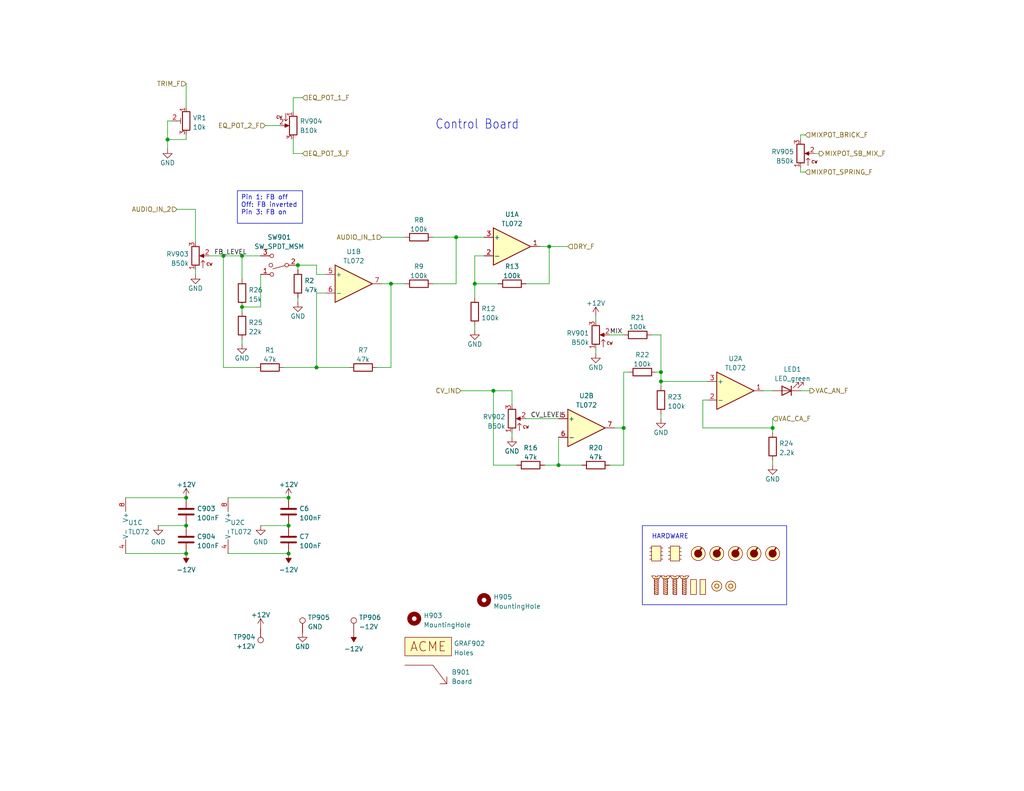
<source format=kicad_sch>
(kicad_sch (version 20230121) (generator eeschema)
  (paper "USLetter")
  (title_block (title "Spring Reverb Rev 2") (company "Music Thing Modular") (comment 1 "Kosmo version by Rich Holmes"))
  (lib_symbols
    (symbol "AO_symbols:Board" (pin_names (offset 1.016)) (in_bom no)
      (property "Reference" "B" (at 1.27 3.81 0))
      (property "Value" "Board" (at -3.175 3.81 0))
      (symbol "Board_0_1"
        (polyline (pts (xy 5.08 -2.54) (xy 3.175 -2.54)))
        (polyline (pts (xy -6.35 2.54) (xy 1.27 2.54) (xy 5.08 -2.54) (xy 5.08 -0.635)))
      )
    )
    (symbol "AO_symbols:C" (pin_numbers hide) (pin_names (offset 0.254))
      (property "Reference" "C" (at 0.635 2.54 0))
      (property "Value" "C" (at 0.635 -2.54 0))
      (symbol "C_0_1"
        (polyline (pts (xy -2.032 -0.762) (xy 2.032 -0.762)) (stroke (width 0.508)))
        (polyline (pts (xy -2.032 0.762) (xy 2.032 0.762)) (stroke (width 0.508)))
      )
      (symbol "C_1_1"
        (pin passive line (at 0 3.81 270) (length 2.794) (name "~") (number "1"))
        (pin passive line (at 0 -3.81 90) (length 2.794) (name "~") (number "2"))
      )
    )
    (symbol "AO_symbols:DIP-8" (on_board no)
      (symbol "DIP-8_0_1"
        (rectangle (start -1.27 2.032) (end 1.27 -2.032) (fill (type background)))
        (polyline (pts (xy -1.27 -1.524) (xy -1.778 -1.524)))
        (polyline (pts (xy -1.27 -0.508) (xy -1.778 -0.508)))
        (polyline (pts (xy -1.27 0.508) (xy -1.778 0.508)))
        (polyline (pts (xy -1.27 1.524) (xy -1.778 1.524)))
        (polyline (pts (xy 1.778 -1.524) (xy 1.27 -1.524)))
        (polyline (pts (xy 1.778 -0.508) (xy 1.27 -0.508)))
        (polyline (pts (xy 1.778 0.508) (xy 1.27 0.508)))
        (polyline (pts (xy 1.778 1.524) (xy 1.27 1.524)))
      )
    )
    (symbol "AO_symbols:Graphic" (pin_names (offset 1.016)) (in_bom no)
      (property "Reference" "GRAF" (at 0 -3.81 0))
      (property "Value" "Graphic" (at 0 3.81 0))
      (symbol "Graphic_0_0"
        (rectangle (start -6.35 2.54) (end 6.35 -2.54) (fill (type background)))
        (text "ACME" (at 0 0 0) (effects (font (size 2.54 2.54))))
      )
    )
    (symbol "AO_symbols:Knob" (on_board no)
      (symbol "Knob_0_1"
        (polyline (pts (xy 0 0.127) (xy 0.889 1.524)) (stroke (width 0.381)))
        (circle (center 0 0) (radius 1.016) (fill (type outline)))
        (circle (center 0 0) (radius 1.9092) (fill (type background)))
      )
    )
    (symbol "AO_symbols:LED_green" (pin_numbers hide) (pin_names (offset 1.016) hide)
      (property "Reference" "D" (at 0 2.54 0))
      (property "Value" "LED_green" (at 0 -2.54 0))
      (symbol "LED_green_0_1"
        (polyline (pts (xy -1.27 -1.27) (xy -1.27 1.27)) (stroke (width 0.254)))
        (polyline (pts (xy -1.27 0) (xy 1.27 0)))
        (polyline (pts (xy 1.27 -1.27) (xy 1.27 1.27) (xy -1.27 0) (xy 1.27 -1.27)) (stroke (width 0.254)))
        (polyline (pts (xy -3.048 -0.762) (xy -4.572 -2.286) (xy -3.81 -2.286) (xy -4.572 -2.286) (xy -4.572 -1.524)))
        (polyline (pts (xy -1.778 -0.762) (xy -3.302 -2.286) (xy -2.54 -2.286) (xy -3.302 -2.286) (xy -3.302 -1.524)))
      )
      (symbol "LED_green_1_1"
        (pin passive line (at -3.81 0 0) (length 2.54) (name "K") (number "1"))
        (pin passive line (at 3.81 0 180) (length 2.54) (name "A") (number "2"))
      )
    )
    (symbol "AO_symbols:MountingHole" (pin_names (offset 1.016)) (in_bom no)
      (property "Reference" "H" (at 0 5.08 0))
      (property "Value" "MountingHole" (at 0 3.175 0))
      (symbol "MountingHole_0_1"
        (circle (center 0 0) (radius 1.27) (stroke (width 1.27)))
      )
    )
    (symbol "AO_symbols:R" (pin_numbers hide) (pin_names (offset 0))
      (property "Reference" "R" (at 2.032 0 90))
      (property "Value" "R" (at 0 0 90))
      (symbol "R_0_1"
        (rectangle (start -1.016 -2.54) (end 1.016 2.54) (stroke (width 0.254)))
      )
      (symbol "R_1_1"
        (pin passive line (at 0 3.81 270) (length 1.27) (name "~") (number "1"))
        (pin passive line (at 0 -3.81 90) (length 1.27) (name "~") (number "2"))
      )
    )
    (symbol "AO_symbols:R_POT" (pin_names (offset 1.016) hide)
      (property "Reference" "RV" (at -4.445 0 90))
      (property "Value" "R_POT" (at -2.54 0 90))
      (symbol "R_POT_0_0"
        (text "CW" (at 3.81 -2.286 0) (effects (font (size 0.762 0.762))))
      )
      (symbol "R_POT_0_1"
        (rectangle (start -1.016 2.54) (end 1.016 -2.54) (stroke (width 0.254)))
        (polyline (pts (xy 2.032 -3.302) (xy 2.032 -1.27)) (stroke (width 0.1524)))
        (polyline (pts (xy 2.54 0) (xy 1.524 0)))
        (polyline (pts (xy 2.54 -1.778) (xy 2.032 -1.27) (xy 1.524 -1.778)) (stroke (width 0.1524)))
        (polyline (pts (xy 1.143 0) (xy 2.286 -0.508) (xy 2.286 0.508) (xy 1.143 0)) (fill (type outline)))
      )
      (symbol "R_POT_1_1"
        (pin passive line (at 0 -3.81 90) (length 1.27) (name "1") (number "1"))
        (pin passive line (at 3.81 0 180) (length 1.27) (name "2") (number "2"))
        (pin passive line (at 0 3.81 270) (length 1.27) (name "3") (number "3"))
      )
    )
    (symbol "AO_symbols:R_POT_TRIM_3296W" (pin_names (offset 1.016) hide)
      (property "Reference" "RV" (at -4.445 0 90))
      (property "Value" "R_POT_TRIM_3296W" (at -2.54 0 90))
      (symbol "R_POT_TRIM_3296W_0_1"
        (polyline (pts (xy 1.524 0.762) (xy 1.524 -0.762)))
        (polyline (pts (xy 2.54 0) (xy 1.524 0)))
        (rectangle (start 1.016 2.54) (end -1.016 -2.54) (stroke (width 0.254)))
      )
      (symbol "R_POT_TRIM_3296W_1_1"
        (pin passive line (at 0 3.81 270) (length 1.27) (name "1") (number "1"))
        (pin passive line (at 3.81 0 180) (length 1.27) (name "2") (number "2"))
        (pin passive line (at 0 -3.81 90) (length 1.27) (name "3") (number "3"))
      )
    )
    (symbol "AO_symbols:SW_SPDT_MSM" (pin_names (offset 0) hide)
      (property "Reference" "SW" (at 0 5.08 0))
      (property "Value" "SW_SPDT_MSM" (at 0 -5.08 0))
      (symbol "SW_SPDT_MSM_0_0"
        (circle (center -2.032 0) (radius 0.508))
        (polyline (pts (xy -1.524 0.127) (xy 1.778 1.016)))
        (circle (center 2.032 -2.54) (radius 0.508))
      )
      (symbol "SW_SPDT_MSM_0_1"
        (circle (center 2.032 2.54) (radius 0.508))
        (circle (center 2.286 0) (radius 0.508))
      )
      (symbol "SW_SPDT_MSM_1_1"
        (pin passive line (at 5.08 2.54 180) (length 2.54) (name "1") (number "1"))
        (pin passive line (at -5.08 0 0) (length 2.54) (name "2") (number "2"))
        (pin passive line (at 5.08 -2.54 180) (length 2.54) (name "3") (number "3"))
      )
    )
    (symbol "AO_symbols:Screw" (on_board no)
      (symbol "Screw_0_1"
        (polyline (pts (xy -0.508 2.032) (xy -0.508 -2.286) (xy 0.508 -2.286) (xy 0.508 2.032)) (fill (type background)))
        (polyline (pts (xy -1.27 2.794) (xy -0.254 2.794) (xy -0.254 2.54) (xy 0.254 2.54) (xy 0.254 2.794) (xy 1.27 2.794) (xy 0.762 2.032) (xy -0.762 2.032) (xy -1.27 2.794)) (fill (type background)))
        (polyline (pts (xy 0.508 2.032) (xy -0.508 1.524) (xy -0.508 1.016) (xy 0.508 1.524) (xy 0.508 1.016) (xy -0.508 0.508) (xy -0.508 0) (xy 0.508 0.508) (xy 0.508 0) (xy -0.508 -0.508) (xy -0.508 -1.016) (xy 0.508 -0.508) (xy 0.508 -1.016) (xy -0.508 -1.524) (xy -0.508 -2.032) (xy 0.508 -1.524) (xy 0.508 -2.032) (xy 0 -2.286)))
      )
    )
    (symbol "AO_symbols:Spacer" (on_board no)
      (symbol "Spacer_0_1"
        (rectangle (start -0.762 1.778) (end 0.762 -2.286) (fill (type background)))
      )
    )
    (symbol "AO_symbols:TL072" (pin_names (offset 0.127))
      (property "Reference" "U" (at 0 5.08 0))
      (property "Value" "TL072" (at 0 -5.08 0))
      (symbol "TL072_1_1"
        (polyline (pts (xy -5.08 5.08) (xy 5.08 0) (xy -5.08 -5.08) (xy -5.08 5.08)) (stroke (width 0.254)) (fill (type background)))
        (pin output line (at 7.62 0 180) (length 2.54) (name "~") (number "1"))
        (pin input line (at -7.62 -2.54 0) (length 2.54) (name "-") (number "2"))
        (pin input line (at -7.62 2.54 0) (length 2.54) (name "+") (number "3"))
      )
      (symbol "TL072_2_1"
        (polyline (pts (xy -5.08 5.08) (xy 5.08 0) (xy -5.08 -5.08) (xy -5.08 5.08)) (stroke (width 0.254)) (fill (type background)))
        (pin input line (at -7.62 2.54 0) (length 2.54) (name "+") (number "5"))
        (pin input line (at -7.62 -2.54 0) (length 2.54) (name "-") (number "6"))
        (pin output line (at 7.62 0 180) (length 2.54) (name "~") (number "7"))
      )
      (symbol "TL072_3_1"
        (pin power_in line (at -2.54 -7.62 90) (length 3.81) (name "V-") (number "4"))
        (pin power_in line (at -2.54 7.62 270) (length 3.81) (name "V+") (number "8"))
      )
    )
    (symbol "AO_symbols:TestPoint" (pin_numbers hide) (pin_names (offset 0.762) hide) (in_bom no)
      (property "Reference" "TP" (at 0 6.858 0))
      (property "Value" "TestPoint" (at 0 5.08 0))
      (symbol "TestPoint_0_1"
        (circle (center 0 3.302) (radius 0.762))
      )
      (symbol "TestPoint_1_1"
        (pin passive line (at 0 0 90) (length 2.54) (name "1") (number "1"))
      )
    )
    (symbol "AO_symbols:Washer" (on_board no)
      (symbol "Washer_0_1"
        (circle (center 0 0) (radius 0.568))
        (circle (center 0 0) (radius 1.3678) (fill (type background)))
      )
    )
    (symbol "power:+12V" (power) (pin_names (offset 0))
      (property "Value" "+12V" (at 0 3.556 0))
      (symbol "+12V_0_1"
        (polyline (pts (xy -0.762 1.27) (xy 0 2.54)))
        (polyline (pts (xy 0 0) (xy 0 2.54)))
        (polyline (pts (xy 0 2.54) (xy 0.762 1.27)))
      )
      (symbol "+12V_1_1"
        (pin power_in line (at 0 0 90) (length 0) hide (name "+12V") (number "1"))
      )
    )
    (symbol "power:-12V" (power) (pin_names (offset 0))
      (property "Value" "-12V" (at 0 3.81 0))
      (symbol "-12V_0_0"
        (pin power_in line (at 0 0 90) (length 0) hide (name "-12V") (number "1"))
      )
      (symbol "-12V_0_1"
        (polyline (pts (xy 0 0) (xy 0 1.27) (xy 0.762 1.27) (xy 0 2.54) (xy -0.762 1.27) (xy 0 1.27)) (fill (type outline)))
      )
    )
    (symbol "power:GND" (power) (pin_names (offset 0))
      (property "Value" "GND" (at 0 -3.81 0))
      (symbol "GND_0_1"
        (polyline (pts (xy 0 0) (xy 0 -1.27) (xy 1.27 -1.27) (xy 0 -2.54) (xy -1.27 -1.27) (xy 0 -1.27)))
      )
      (symbol "GND_1_1"
        (pin power_in line (at 0 0 270) (length 0) hide (name "GND") (number "1"))
      )
    )
  )
  (junction (at 50.8 143.51))
  (junction (at 45.72 38.1))
  (junction (at 78.74 143.51))
  (junction (at 78.74 151.13))
  (junction (at 170.18 116.84))
  (junction (at 180.34 101.6))
  (junction (at 66.04 83.82))
  (junction (at 78.74 135.89))
  (junction (at 134.62 106.68))
  (junction (at 124.46 64.77))
  (junction (at 180.34 104.14))
  (junction (at 149.86 67.31))
  (junction (at 50.8 135.89))
  (junction (at 129.54 77.47))
  (junction (at 86.36 100.33))
  (junction (at 81.28 72.39))
  (junction (at 106.68 77.47))
  (junction (at 66.04 69.85))
  (junction (at 60.96 69.85))
  (junction (at 210.82 116.84))
  (junction (at 50.8 151.13))
  (junction (at 152.4 127))
  (wire (pts (xy 124.46 64.77) (xy 132.08 64.77)))
  (wire (pts (xy 34.29 151.13) (xy 50.8 151.13)))
  (wire (pts (xy 166.37 91.44) (xy 170.18 91.44)))
  (wire (pts (xy 43.18 143.51) (xy 50.8 143.51)))
  (wire (pts (xy 80.01 41.91) (xy 80.01 38.1)))
  (wire (pts (xy 219.71 36.83) (xy 218.44 36.83)))
  (wire (pts (xy 71.12 143.51) (xy 78.74 143.51)))
  (wire (pts (xy 134.62 106.68) (xy 134.62 127)))
  (wire (pts (xy 129.54 69.85) (xy 132.08 69.85)))
  (wire (pts (xy 86.36 80.01) (xy 88.9 80.01)))
  (wire (pts (xy 222.25 41.91) (xy 223.52 41.91)))
  (wire (pts (xy 60.96 100.33) (xy 69.85 100.33)))
  (wire (pts (xy 139.7 110.49) (xy 139.7 106.68)))
  (wire (pts (xy 102.87 100.33) (xy 106.68 100.33)))
  (wire (pts (xy 152.4 127) (xy 158.75 127)))
  (wire (pts (xy 124.46 77.47) (xy 124.46 64.77)))
  (wire (pts (xy 62.23 135.89) (xy 78.74 135.89)))
  (wire (pts (xy 50.8 36.83) (xy 50.8 38.1)))
  (wire (pts (xy 162.56 86.36) (xy 162.56 87.63)))
  (wire (pts (xy 148.59 127) (xy 152.4 127)))
  (wire (pts (xy 60.96 100.33) (xy 60.96 69.85)))
  (wire (pts (xy 80.01 26.67) (xy 80.01 30.48)))
  (wire (pts (xy 167.64 116.84) (xy 170.18 116.84)))
  (wire (pts (xy 57.15 69.85) (xy 60.96 69.85)))
  (wire (pts (xy 53.34 73.66) (xy 53.34 74.93)))
  (wire (pts (xy 45.72 38.1) (xy 50.8 38.1)))
  (wire (pts (xy 152.4 119.38) (xy 152.4 127)))
  (wire (pts (xy 46.99 33.02) (xy 45.72 33.02)))
  (wire (pts (xy 34.29 135.89) (xy 50.8 135.89)))
  (wire (pts (xy 134.62 106.68) (xy 125.73 106.68)))
  (wire (pts (xy 53.34 57.15) (xy 53.34 66.04)))
  (wire (pts (xy 82.55 41.91) (xy 80.01 41.91)))
  (wire (pts (xy 129.54 77.47) (xy 129.54 69.85)))
  (wire (pts (xy 139.7 106.68) (xy 134.62 106.68)))
  (wire (pts (xy 180.34 91.44) (xy 180.34 101.6)))
  (wire (pts (xy 106.68 77.47) (xy 110.49 77.47)))
  (wire (pts (xy 179.07 101.6) (xy 180.34 101.6)))
  (wire (pts (xy 62.23 151.13) (xy 78.74 151.13)))
  (wire (pts (xy 106.68 100.33) (xy 106.68 77.47)))
  (wire (pts (xy 118.11 77.47) (xy 124.46 77.47)))
  (wire (pts (xy 180.34 113.03) (xy 180.34 114.3)))
  (wire (pts (xy 129.54 77.47) (xy 129.54 81.28)))
  (wire (pts (xy 191.77 116.84) (xy 210.82 116.84)))
  (wire (pts (xy 143.51 114.3) (xy 152.4 114.3)))
  (wire (pts (xy 50.8 22.86) (xy 50.8 29.21)))
  (wire (pts (xy 210.82 114.3) (xy 210.82 116.84)))
  (wire (pts (xy 218.44 106.68) (xy 220.98 106.68)))
  (wire (pts (xy 149.86 77.47) (xy 149.86 67.31)))
  (wire (pts (xy 129.54 88.9) (xy 129.54 90.17)))
  (wire (pts (xy 218.44 46.99) (xy 219.71 46.99)))
  (wire (pts (xy 48.26 57.15) (xy 53.34 57.15)))
  (wire (pts (xy 180.34 104.14) (xy 180.34 105.41)))
  (wire (pts (xy 143.51 77.47) (xy 149.86 77.47)))
  (wire (pts (xy 218.44 45.72) (xy 218.44 46.99)))
  (wire (pts (xy 170.18 101.6) (xy 171.45 101.6)))
  (wire (pts (xy 180.34 104.14) (xy 193.04 104.14)))
  (wire (pts (xy 45.72 33.02) (xy 45.72 38.1)))
  (wire (pts (xy 86.36 72.39) (xy 81.28 72.39)))
  (wire (pts (xy 77.47 100.33) (xy 86.36 100.33)))
  (wire (pts (xy 86.36 80.01) (xy 86.36 100.33)))
  (wire (pts (xy 66.04 83.82) (xy 66.04 85.09)))
  (wire (pts (xy 218.44 36.83) (xy 218.44 38.1)))
  (wire (pts (xy 139.7 118.11) (xy 139.7 119.38)))
  (wire (pts (xy 81.28 72.39) (xy 81.28 73.66)))
  (wire (pts (xy 71.12 69.85) (xy 66.04 69.85)))
  (wire (pts (xy 210.82 125.73) (xy 210.82 127)))
  (wire (pts (xy 208.28 106.68) (xy 210.82 106.68)))
  (wire (pts (xy 82.55 26.67) (xy 80.01 26.67)))
  (wire (pts (xy 81.28 81.28) (xy 81.28 82.55)))
  (wire (pts (xy 129.54 77.47) (xy 135.89 77.47)))
  (wire (pts (xy 149.86 67.31) (xy 154.94 67.31)))
  (wire (pts (xy 71.12 83.82) (xy 71.12 74.93)))
  (wire (pts (xy 86.36 100.33) (xy 95.25 100.33)))
  (wire (pts (xy 86.36 74.93) (xy 86.36 72.39)))
  (wire (pts (xy 66.04 92.71) (xy 66.04 93.98)))
  (wire (pts (xy 180.34 101.6) (xy 180.34 104.14)))
  (wire (pts (xy 60.96 69.85) (xy 66.04 69.85)))
  (wire (pts (xy 72.39 34.29) (xy 76.2 34.29)))
  (wire (pts (xy 170.18 101.6) (xy 170.18 116.84)))
  (wire (pts (xy 166.37 127) (xy 170.18 127)))
  (wire (pts (xy 66.04 83.82) (xy 71.12 83.82)))
  (wire (pts (xy 177.8 91.44) (xy 180.34 91.44)))
  (wire (pts (xy 66.04 69.85) (xy 66.04 76.2)))
  (wire (pts (xy 88.9 74.93) (xy 86.36 74.93)))
  (wire (pts (xy 106.68 77.47) (xy 104.14 77.47)))
  (wire (pts (xy 162.56 95.25) (xy 162.56 96.52)))
  (wire (pts (xy 149.86 67.31) (xy 147.32 67.31)))
  (wire (pts (xy 191.77 109.22) (xy 191.77 116.84)))
  (wire (pts (xy 134.62 127) (xy 140.97 127)))
  (wire (pts (xy 210.82 116.84) (xy 210.82 118.11)))
  (wire (pts (xy 118.11 64.77) (xy 124.46 64.77)))
  (wire (pts (xy 191.77 109.22) (xy 193.04 109.22)))
  (wire (pts (xy 104.14 64.77) (xy 110.49 64.77)))
  (wire (pts (xy 45.72 38.1) (xy 45.72 40.64)))
  (wire (pts (xy 170.18 127) (xy 170.18 116.84)))
  (rectangle (start 175.26 143.51) (end 214.63 165.1))
  (text_box "Pin 1: FB off\nOff: FB inverted\nPin 3: FB on" (at 64.77 52.07 0) (size 17.78 8.89) (effects (font (size 1.27 1.27)) (justify left top)))
  (text "HARDWARE" (at 177.8 147.32 0) (effects (font (size 1.27 1.27)) (justify left bottom)))
  (text "Control Board" (at 118.745 35.56 0) (effects (font (size 2.54 2.159)) (justify left bottom)))
  (label "MIX" (at 166.37 91.44 0))
  (label "CV_LEVEL" (at 144.78 114.3 0))
  (label "FB_LEVEL" (at 58.42 69.85 0))
  (hierarchical_label "CV_IN" (shape input) (at 125.73 106.68 180))
  (hierarchical_label "AUDIO_IN_2" (shape input) (at 48.26 57.15 180))
  (hierarchical_label "MIXPOT_SB_MIX_F" (shape output) (at 223.52 41.91 0))
  (hierarchical_label "EQ_POT_2_F" (shape input) (at 72.39 34.29 180))
  (hierarchical_label "AUDIO_IN_1" (shape input) (at 104.14 64.77 180))
  (hierarchical_label "VAC_CA_F" (shape input) (at 210.82 114.3 0))
  (hierarchical_label "TRIM_F" (shape input) (at 50.8 22.86 180))
  (hierarchical_label "VAC_AN_F" (shape output) (at 220.98 106.68 0))
  (hierarchical_label "MIXPOT_BRICK_F" (shape input) (at 219.71 36.83 0))
  (hierarchical_label "EQ_POT_1_F" (shape input) (at 82.55 26.67 0))
  (hierarchical_label "MIXPOT_SPRING_F" (shape input) (at 219.71 46.99 0))
  (hierarchical_label "EQ_POT_3_F" (shape input) (at 82.55 41.91 0))
  (hierarchical_label "DRY_F" (shape input) (at 154.94 67.31 0))
  (symbol (lib_id "AO_symbols:R") (at 144.78 127 90) (unit 1)
    (property "Reference" "R16" (at 144.78 122.2842 90))
    (property "Value" "47k" (at 144.78 124.8211 90))
    (property "Footprint" "AO_tht:R_Axial_DIN0207_L6.3mm_D2.5mm_P10.16mm_Horizontal" (effects hide))
    (property "Vendor" "Tayda" (effects hide))
  )
  (symbol (lib_id "AO_symbols:TL072") (at 96.52 77.47 0) (unit 2)
    (property "Reference" "U1" (at 96.52 68.6902 0))
    (property "Value" "TL072" (at 96.52 71.2271 0))
    (property "Footprint" "AO_tht:DIP-8_W7.62mm_Socket_LongPads" (effects hide))
    (property "Vendor" "Tayda" (effects hide))
    (property "SKU" "A-037" (effects hide))
  )
  (symbol (lib_id "power:GND") (at 162.56 96.52 0) (unit 1)
    (property "Reference" "#SUPPLY015" (effects hide))
    (property "Value" "GND" (at 162.56 100.33 0))
  )
  (symbol (lib_id "AO_symbols:Screw") (at 181.61 160.02 0) (unit 1) (on_board no)
    (property "Reference" "ZSC902" (effects hide))
    (property "Value" "Screw" (effects hide))
    (property "Description" "M3 6 mm screw" (effects hide))
  )
  (symbol (lib_id "AO_symbols:TL072") (at 200.66 106.68 0) (unit 1)
    (property "Reference" "U2" (at 200.66 97.9002 0))
    (property "Value" "TL072" (at 200.66 100.4371 0))
    (property "Footprint" "AO_tht:DIP-8_W7.62mm_Socket_LongPads" (effects hide))
    (property "Vendor" "Tayda" (effects hide))
    (property "SKU" "A-037" (effects hide))
  )
  (symbol (lib_id "power:-12V") (at 50.8 151.13 180) (unit 1)
    (property "Reference" "#PWR0906" (effects hide))
    (property "Value" "-12V" (at 50.8 155.5734 0))
  )
  (symbol (lib_id "AO_symbols:R") (at 114.3 64.77 90) (unit 1)
    (property "Reference" "R8" (at 114.3 60.0542 90))
    (property "Value" "100k" (at 114.3 62.5911 90))
    (property "Footprint" "AO_tht:R_Axial_DIN0207_L6.3mm_D2.5mm_P10.16mm_Horizontal" (effects hide))
    (property "Vendor" "Tayda" (effects hide))
  )
  (symbol (lib_id "AO_symbols:R_POT") (at 53.34 69.85 0) (unit 1)
    (property "Reference" "RV903" (at 51.562 69.3709 0) (effects (justify right)))
    (property "Value" "B50k" (at 51.562 71.9078 0) (effects (justify right)))
    (property "Footprint" "AO_tht:Potentiometer_Alpha_16mm_Single_Vertical" (effects hide))
    (property "Vendor" "Tayda" (effects hide))
    (property "Description" "16 mm potentiometer" (effects hide))
  )
  (symbol (lib_id "AO_symbols:R") (at 175.26 101.6 90) (unit 1)
    (property "Reference" "R22" (at 175.26 96.8842 90))
    (property "Value" "100k" (at 175.26 99.4211 90))
    (property "Footprint" "AO_tht:R_Axial_DIN0207_L6.3mm_D2.5mm_P10.16mm_Horizontal" (effects hide))
    (property "Vendor" "Tayda" (effects hide))
  )
  (symbol (lib_id "AO_symbols:R") (at 66.04 88.9 0) (unit 1)
    (property "Reference" "R25" (at 67.818 88.0653 0) (effects (justify left)))
    (property "Value" "22k" (at 67.818 90.6022 0) (effects (justify left)))
    (property "Footprint" "AO_tht:R_Axial_DIN0207_L6.3mm_D2.5mm_P10.16mm_Horizontal" (effects hide))
    (property "Vendor" "Tayda" (effects hide))
  )
  (symbol (lib_id "AO_symbols:R") (at 162.56 127 90) (unit 1)
    (property "Reference" "R20" (at 162.56 122.2842 90))
    (property "Value" "47k" (at 162.56 124.8211 90))
    (property "Footprint" "AO_tht:R_Axial_DIN0207_L6.3mm_D2.5mm_P10.16mm_Horizontal" (effects hide))
    (property "Vendor" "Tayda" (effects hide))
  )
  (symbol (lib_id "AO_symbols:R") (at 173.99 91.44 90) (unit 1)
    (property "Reference" "R21" (at 173.99 86.7242 90))
    (property "Value" "100k" (at 173.99 89.2611 90))
    (property "Footprint" "AO_tht:R_Axial_DIN0207_L6.3mm_D2.5mm_P10.16mm_Horizontal" (effects hide))
    (property "Vendor" "Tayda" (effects hide))
  )
  (symbol (lib_id "AO_symbols:DIP-8") (at 184.15 151.13 0) (unit 1) (on_board no)
    (property "Reference" "J916" (effects hide))
    (property "Value" "DIP-8" (effects hide))
  )
  (symbol (lib_id "AO_symbols:R") (at 81.28 77.47 0) (unit 1)
    (property "Reference" "R2" (at 83.058 76.6353 0) (effects (justify left)))
    (property "Value" "47k" (at 83.058 79.1722 0) (effects (justify left)))
    (property "Footprint" "AO_tht:R_Axial_DIN0207_L6.3mm_D2.5mm_P10.16mm_Horizontal" (effects hide))
    (property "Vendor" "Tayda" (effects hide))
  )
  (symbol (lib_id "power:GND") (at 139.7 119.38 0) (unit 1)
    (property "Reference" "#SUPPLY013" (effects hide))
    (property "Value" "GND" (at 139.7 123.19 0))
  )
  (symbol (lib_id "AO_symbols:R") (at 210.82 121.92 0) (unit 1)
    (property "Reference" "R24" (at 212.598 121.0853 0) (effects (justify left)))
    (property "Value" "2.2k" (at 212.598 123.6222 0) (effects (justify left)))
    (property "Footprint" "AO_tht:R_Axial_DIN0207_L6.3mm_D2.5mm_P10.16mm_Horizontal" (effects hide))
    (property "Vendor" "Tayda" (effects hide))
  )
  (symbol (lib_id "AO_symbols:R_POT") (at 139.7 114.3 0) (unit 1)
    (property "Reference" "RV902" (at 137.922 113.8209 0) (effects (justify right)))
    (property "Value" "B50k" (at 137.922 116.3578 0) (effects (justify right)))
    (property "Footprint" "AO_tht:Potentiometer_Alpha_16mm_Single_Vertical" (effects hide))
    (property "Vendor" "Tayda" (effects hide))
    (property "Description" "16 mm potentiometer" (effects hide))
  )
  (symbol (lib_id "AO_symbols:Knob") (at 200.66 151.13 0) (unit 1) (on_board no)
    (property "Reference" "ZKN903" (effects hide))
    (property "Value" "Knob_MF-A01" (effects hide))
    (property "Description" "MF-A01 knob" (effects hide))
  )
  (symbol (lib_id "AO_symbols:R") (at 114.3 77.47 90) (unit 1)
    (property "Reference" "R9" (at 114.3 72.7542 90))
    (property "Value" "100k" (at 114.3 75.2911 90))
    (property "Footprint" "AO_tht:R_Axial_DIN0207_L6.3mm_D2.5mm_P10.16mm_Horizontal" (effects hide))
    (property "Vendor" "Tayda" (effects hide))
  )
  (symbol (lib_id "AO_symbols:R_POT_TRIM_3296W") (at 50.8 33.02 0) (mirror y) (unit 1)
    (property "Reference" "VR1" (at 52.578 32.1853 0) (effects (justify right)))
    (property "Value" "10k" (at 52.578 34.7222 0) (effects (justify right)))
    (property "Footprint" "AO_tht:Potentiometer_Bourns_3362P_Vertical_screw_centered" (effects hide))
    (property "Vendor" "Tayda" (effects hide))
    (property "Manufacturer" "Bourns" (effects hide))
    (property "Part" "3362P" (effects hide))
    (property "Description" "Trim potentiometer" (effects hide))
  )
  (symbol (lib_id "AO_symbols:Knob") (at 205.74 151.13 0) (unit 1) (on_board no)
    (property "Reference" "ZKN904" (effects hide))
    (property "Value" "Knob_MF-A01" (effects hide))
    (property "Description" "MF-A01 knob" (effects hide))
  )
  (symbol (lib_id "AO_symbols:R") (at 139.7 77.47 90) (unit 1)
    (property "Reference" "R13" (at 139.7 72.7542 90))
    (property "Value" "100k" (at 139.7 75.2911 90))
    (property "Footprint" "AO_tht:R_Axial_DIN0207_L6.3mm_D2.5mm_P10.16mm_Horizontal" (effects hide))
    (property "Vendor" "Tayda" (effects hide))
  )
  (symbol (lib_id "power:GND") (at 81.28 82.55 0) (unit 1)
    (property "Reference" "#SUPPLY012" (effects hide))
    (property "Value" "GND" (at 81.28 86.36 0))
  )
  (symbol (lib_id "AO_symbols:Screw") (at 179.07 160.02 0) (unit 1) (on_board no)
    (property "Reference" "ZSC901" (effects hide))
    (property "Value" "Screw" (effects hide))
    (property "Description" "M3 6 mm screw" (effects hide))
  )
  (symbol (lib_id "power:-12V") (at 96.52 172.72 180) (unit 1)
    (property "Reference" "#PWR0149" (effects hide))
    (property "Value" "-12V" (at 96.52 177.1634 0))
  )
  (symbol (lib_id "AO_symbols:Knob") (at 210.82 151.13 0) (unit 1) (on_board no)
    (property "Reference" "ZKN905" (effects hide))
    (property "Value" "Knob_MF-A01" (effects hide))
    (property "Description" "MF-A01 knob" (effects hide))
  )
  (symbol (lib_id "AO_symbols:C") (at 50.8 139.7 0) (unit 1)
    (property "Reference" "C903" (at 53.721 138.8653 0) (effects (justify left)))
    (property "Value" "100nF" (at 53.721 141.4022 0) (effects (justify left)))
    (property "Footprint" "AO_tht:C_Disc_D3.0mm_W1.6mm_P2.50mm" (effects hide))
    (property "Vendor" "Tayda" (effects hide))
    (property "Description" "Ceramic capacitor, 2.5 mm pitch" (effects hide))
  )
  (symbol (lib_id "power:+12V") (at 50.8 135.89 0) (unit 1)
    (property "Reference" "#PWR0905" (effects hide))
    (property "Value" "+12V" (at 50.8 132.3142 0))
  )
  (symbol (lib_id "power:GND") (at 82.55 172.72 0) (unit 1)
    (property "Reference" "#SUPPLY0102" (effects hide))
    (property "Value" "GND" (at 82.55 176.53 0))
  )
  (symbol (lib_id "power:GND") (at 45.72 40.64 0) (unit 1)
    (property "Reference" "#SUPPLY0101" (effects hide))
    (property "Value" "GND" (at 45.72 44.45 0))
  )
  (symbol (lib_id "AO_symbols:R") (at 66.04 80.01 0) (unit 1)
    (property "Reference" "R26" (at 67.818 79.1753 0) (effects (justify left)))
    (property "Value" "15k" (at 67.818 81.7122 0) (effects (justify left)))
    (property "Footprint" "AO_tht:R_Axial_DIN0207_L6.3mm_D2.5mm_P10.16mm_Horizontal" (effects hide))
    (property "Vendor" "Tayda" (effects hide))
  )
  (symbol (lib_id "AO_symbols:Washer") (at 195.58 160.02 0) (unit 1) (on_board no)
    (property "Reference" "ZWA901" (effects hide))
    (property "Value" "Washer" (effects hide))
    (property "Description" "M3 washer" (effects hide))
  )
  (symbol (lib_id "AO_symbols:C") (at 78.74 147.32 0) (unit 1)
    (property "Reference" "C7" (at 81.661 146.4853 0) (effects (justify left)))
    (property "Value" "100nF" (at 81.661 149.0222 0) (effects (justify left)))
    (property "Footprint" "AO_tht:C_Disc_D3.0mm_W1.6mm_P2.50mm" (effects hide))
    (property "Vendor" "Tayda" (effects hide))
    (property "Description" "Ceramic capacitor, 2.5 mm pitch" (effects hide))
  )
  (symbol (lib_id "AO_symbols:C") (at 50.8 147.32 0) (unit 1)
    (property "Reference" "C904" (at 53.721 146.4853 0) (effects (justify left)))
    (property "Value" "100nF" (at 53.721 149.0222 0) (effects (justify left)))
    (property "Footprint" "AO_tht:C_Disc_D3.0mm_W1.6mm_P2.50mm" (effects hide))
    (property "Vendor" "Tayda" (effects hide))
    (property "Description" "Ceramic capacitor, 2.5 mm pitch" (effects hide))
  )
  (symbol (lib_id "AO_symbols:R") (at 180.34 109.22 0) (unit 1)
    (property "Reference" "R23" (at 182.118 108.3853 0) (effects (justify left)))
    (property "Value" "100k" (at 182.118 110.9222 0) (effects (justify left)))
    (property "Footprint" "AO_tht:R_Axial_DIN0207_L6.3mm_D2.5mm_P10.16mm_Horizontal" (effects hide))
    (property "Vendor" "Tayda" (effects hide))
  )
  (symbol (lib_id "AO_symbols:R_POT") (at 162.56 91.44 0) (unit 1)
    (property "Reference" "RV901" (at 160.782 90.9609 0) (effects (justify right)))
    (property "Value" "B50k" (at 160.782 93.4978 0) (effects (justify right)))
    (property "Footprint" "AO_tht:Potentiometer_Alpha_16mm_Single_Vertical" (effects hide))
    (property "Vendor" "Tayda" (effects hide))
    (property "Description" "16 mm potentiometer" (effects hide))
  )
  (symbol (lib_id "AO_symbols:TestPoint") (at 82.55 172.72 0) (unit 1) (in_bom no)
    (property "Reference" "TP905" (at 83.947 168.5833 0) (effects (justify left)))
    (property "Value" "GND" (at 83.947 171.1202 0) (effects (justify left)))
    (property "Footprint" "AO_tht:TestPoint_THTPad_D1.5mm_Drill0.7mm" (effects hide))
    (property "Config" "DNF" (effects hide))
  )
  (symbol (lib_id "AO_symbols:Knob") (at 190.5 151.13 0) (unit 1) (on_board no)
    (property "Reference" "ZKN901" (effects hide))
    (property "Value" "Knob_MF-A04" (effects hide))
    (property "Description" "MF-A04 knob" (effects hide))
  )
  (symbol (lib_id "AO_symbols:R_POT") (at 218.44 41.91 0) (unit 1)
    (property "Reference" "RV905" (at 216.662 41.4309 0) (effects (justify right)))
    (property "Value" "B50k" (at 216.662 43.9678 0) (effects (justify right)))
    (property "Footprint" "AO_tht:Potentiometer_Alpha_16mm_Single_Vertical" (effects hide))
    (property "Vendor" "Tayda" (effects hide))
    (property "Description" "16 mm potentiometer" (effects hide))
  )
  (symbol (lib_id "AO_symbols:TL072") (at 64.77 143.51 0) (unit 3)
    (property "Reference" "U2" (at 62.865 142.6753 0) (effects (justify left)))
    (property "Value" "TL072" (at 62.865 145.2122 0) (effects (justify left)))
    (property "Footprint" "AO_tht:DIP-8_W7.62mm_Socket_LongPads" (effects hide))
    (property "Vendor" "Tayda" (effects hide))
    (property "SKU" "A-037" (effects hide))
  )
  (symbol (lib_id "AO_symbols:R_POT") (at 80.01 34.29 180) (unit 1)
    (property "Reference" "RV904" (at 81.788 33.0997 0) (effects (justify right)))
    (property "Value" "B10k" (at 81.788 35.6366 0) (effects (justify right)))
    (property "Footprint" "AO_tht:Potentiometer_Alpha_16mm_Single_Vertical" (effects hide))
    (property "Vendor" "Tayda" (effects hide))
    (property "Description" "16 mm potentiometer" (effects hide))
  )
  (symbol (lib_id "AO_symbols:TestPoint") (at 96.52 172.72 0) (unit 1) (in_bom no)
    (property "Reference" "TP906" (at 97.917 168.5833 0) (effects (justify left)))
    (property "Value" "-12V" (at 97.917 171.1202 0) (effects (justify left)))
    (property "Footprint" "AO_tht:TestPoint_THTPad_D1.5mm_Drill0.7mm" (effects hide))
    (property "Config" "DNF" (effects hide))
  )
  (symbol (lib_id "AO_symbols:DIP-8") (at 179.07 151.13 0) (unit 1) (on_board no)
    (property "Reference" "J915" (effects hide))
    (property "Value" "DIP-8" (effects hide))
  )
  (symbol (lib_id "AO_symbols:Screw") (at 186.69 160.02 0) (unit 1) (on_board no)
    (property "Reference" "ZSC904" (effects hide))
    (property "Value" "Screw" (effects hide))
    (property "Description" "M3 6 mm screw" (effects hide))
  )
  (symbol (lib_id "power:+12V") (at 162.56 86.36 0) (unit 1)
    (property "Reference" "#PWR0112" (effects hide))
    (property "Value" "+12V" (at 162.56 82.7842 0))
  )
  (symbol (lib_id "AO_symbols:LED_green") (at 214.63 106.68 180) (unit 1)
    (property "Reference" "LED1" (at 216.2175 100.8212 0))
    (property "Value" "LED_green" (at 216.2175 103.3581 0))
    (property "Footprint" "AO_tht:LED_D5.0mm" (effects hide))
    (property "Vendor" "Tayda" (effects hide))
    (property "SKU" "A-1553" (effects hide))
  )
  (symbol (lib_id "power:+12V") (at 71.12 171.45 0) (unit 1)
    (property "Reference" "#PWR0150" (effects hide))
    (property "Value" "+12V" (at 71.12 167.8742 0))
  )
  (symbol (lib_id "AO_symbols:TL072") (at 160.02 116.84 0) (unit 2)
    (property "Reference" "U2" (at 160.02 108.0602 0))
    (property "Value" "TL072" (at 160.02 110.5971 0))
    (property "Footprint" "AO_tht:DIP-8_W7.62mm_Socket_LongPads" (effects hide))
    (property "Vendor" "Tayda" (effects hide))
    (property "SKU" "A-037" (effects hide))
  )
  (symbol (lib_id "power:GND") (at 210.82 127 0) (unit 1)
    (property "Reference" "#SUPPLY017" (effects hide))
    (property "Value" "GND" (at 210.82 130.81 0))
  )
  (symbol (lib_id "power:GND") (at 53.34 74.93 0) (unit 1)
    (property "Reference" "#SUPPLY03" (effects hide))
    (property "Value" "GND" (at 53.34 78.74 0))
  )
  (symbol (lib_id "AO_symbols:C") (at 78.74 139.7 0) (unit 1)
    (property "Reference" "C6" (at 81.661 138.8653 0) (effects (justify left)))
    (property "Value" "100nF" (at 81.661 141.4022 0) (effects (justify left)))
    (property "Footprint" "AO_tht:C_Disc_D3.0mm_W1.6mm_P2.50mm" (effects hide))
    (property "Vendor" "Tayda" (effects hide))
    (property "Description" "Ceramic capacitor, 2.5 mm pitch" (effects hide))
  )
  (symbol (lib_id "AO_symbols:R") (at 99.06 100.33 90) (unit 1)
    (property "Reference" "R7" (at 99.06 95.6142 90))
    (property "Value" "47k" (at 99.06 98.1511 90))
    (property "Footprint" "AO_tht:R_Axial_DIN0207_L6.3mm_D2.5mm_P10.16mm_Horizontal" (effects hide))
    (property "Vendor" "Tayda" (effects hide))
  )
  (symbol (lib_id "power:-12V") (at 78.74 151.13 180) (unit 1)
    (property "Reference" "#PWR0114" (effects hide))
    (property "Value" "-12V" (at 78.74 155.5734 0))
  )
  (symbol (lib_id "AO_symbols:TestPoint") (at 71.12 171.45 0) (mirror x) (unit 1) (in_bom no)
    (property "Reference" "TP904" (at 69.723 173.9173 0) (effects (justify right)))
    (property "Value" "+12V" (at 69.723 176.4542 0) (effects (justify right)))
    (property "Footprint" "AO_tht:TestPoint_THTPad_D1.5mm_Drill0.7mm" (effects hide))
    (property "Config" "DNF" (effects hide))
  )
  (symbol (lib_id "AO_symbols:Board") (at 116.84 184.15 0) (unit 1) (in_bom no)
    (property "Reference" "B901" (at 123.19 183.515 0) (effects (justify left)))
    (property "Value" "Board" (at 123.19 186.055 0) (effects (justify left)))
    (property "Footprint" "AO_tht:Board_Marker" (effects hide))
  )
  (symbol (lib_id "power:GND") (at 43.18 143.51 0) (unit 1)
    (property "Reference" "#PWR0904" (effects hide))
    (property "Value" "GND" (at 43.18 147.9534 0))
  )
  (symbol (lib_id "power:GND") (at 129.54 90.17 0) (unit 1)
    (property "Reference" "#SUPPLY010" (effects hide))
    (property "Value" "GND" (at 129.54 93.98 0))
  )
  (symbol (lib_id "AO_symbols:TL072") (at 36.83 143.51 0) (unit 3)
    (property "Reference" "U1" (at 34.925 142.6753 0) (effects (justify left)))
    (property "Value" "TL072" (at 34.925 145.2122 0) (effects (justify left)))
    (property "Footprint" "AO_tht:DIP-8_W7.62mm_Socket_LongPads" (effects hide))
    (property "Vendor" "Tayda" (effects hide))
    (property "SKU" "A-037" (effects hide))
  )
  (symbol (lib_id "AO_symbols:Screw") (at 184.15 160.02 0) (unit 1) (on_board no)
    (property "Reference" "ZSC903" (effects hide))
    (property "Value" "Screw" (effects hide))
    (property "Description" "M3 6 mm screw" (effects hide))
  )
  (symbol (lib_id "AO_symbols:Graphic") (at 116.84 176.53 0) (unit 1) (in_bom no)
    (property "Reference" "GRAF902" (at 123.825 175.6953 0) (effects (justify left)))
    (property "Value" "Holes" (at 123.825 178.2322 0) (effects (justify left)))
    (property "Footprint" "springreverb:springreverb_panel_holes" (effects hide))
    (property "Config" "DNF" (effects hide))
  )
  (symbol (lib_id "power:+12V") (at 78.74 135.89 0) (unit 1)
    (property "Reference" "#PWR0115" (effects hide))
    (property "Value" "+12V" (at 78.74 132.3142 0))
  )
  (symbol (lib_id "AO_symbols:MountingHole") (at 132.08 163.83 0) (unit 1) (in_bom no)
    (property "Reference" "H905" (at 134.62 162.9953 0) (effects (justify left)))
    (property "Value" "MountingHole" (at 134.62 165.5322 0) (effects (justify left)))
    (property "Footprint" "AO_tht:MountingHole_3.2mm_M3" (effects hide))
    (property "Config" "DNF" (effects hide))
  )
  (symbol (lib_id "AO_symbols:Washer") (at 199.39 160.02 0) (unit 1) (on_board no)
    (property "Reference" "ZWA902" (effects hide))
    (property "Value" "Washer" (effects hide))
    (property "Description" "M3 washer" (effects hide))
  )
  (symbol (lib_id "AO_symbols:Knob") (at 195.58 151.13 0) (unit 1) (on_board no)
    (property "Reference" "ZKN902" (effects hide))
    (property "Value" "Knob_MF-A03" (effects hide))
    (property "Description" "MF-A03 knob" (effects hide))
  )
  (symbol (lib_id "AO_symbols:MountingHole") (at 113.03 168.91 0) (unit 1) (in_bom no)
    (property "Reference" "H903" (at 115.57 168.0753 0) (effects (justify left)))
    (property "Value" "MountingHole" (at 115.57 170.6122 0) (effects (justify left)))
    (property "Footprint" "AO_tht:MountingHole_3.2mm_M3" (effects hide))
    (property "Config" "DNF" (effects hide))
  )
  (symbol (lib_id "AO_symbols:R") (at 129.54 85.09 0) (unit 1)
    (property "Reference" "R12" (at 131.318 84.2553 0) (effects (justify left)))
    (property "Value" "100k" (at 131.318 86.7922 0) (effects (justify left)))
    (property "Footprint" "AO_tht:R_Axial_DIN0207_L6.3mm_D2.5mm_P10.16mm_Horizontal" (effects hide))
    (property "Vendor" "Tayda" (effects hide))
  )
  (symbol (lib_id "power:GND") (at 66.04 93.98 0) (unit 1)
    (property "Reference" "#SUPPLY04" (effects hide))
    (property "Value" "GND" (at 66.04 97.79 0))
  )
  (symbol (lib_id "AO_symbols:TL072") (at 139.7 67.31 0) (unit 1)
    (property "Reference" "U1" (at 139.7 58.5302 0))
    (property "Value" "TL072" (at 139.7 61.0671 0))
    (property "Footprint" "AO_tht:DIP-8_W7.62mm_Socket_LongPads" (effects hide))
    (property "Vendor" "Tayda" (effects hide))
    (property "SKU" "A-037" (effects hide))
  )
  (symbol (lib_id "AO_symbols:R") (at 73.66 100.33 90) (unit 1)
    (property "Reference" "R1" (at 73.66 95.6142 90))
    (property "Value" "47k" (at 73.66 98.1511 90))
    (property "Footprint" "AO_tht:R_Axial_DIN0207_L6.3mm_D2.5mm_P10.16mm_Horizontal" (effects hide))
    (property "Vendor" "Tayda" (effects hide))
  )
  (symbol (lib_id "power:GND") (at 71.12 143.51 0) (unit 1)
    (property "Reference" "#PWR0113" (effects hide))
    (property "Value" "GND" (at 71.12 147.9534 0))
  )
  (symbol (lib_id "AO_symbols:Spacer") (at 191.77 160.02 0) (unit 1) (on_board no)
    (property "Reference" "ZSP902" (effects hide))
    (property "Value" "Spacer" (effects hide))
    (property "Description" "M3 10 mm FF spacer" (effects hide))
  )
  (symbol (lib_id "power:GND") (at 180.34 114.3 0) (unit 1)
    (property "Reference" "#SUPPLY016" (effects hide))
    (property "Value" "GND" (at 180.34 118.11 0))
  )
  (symbol (lib_id "AO_symbols:Spacer") (at 189.23 160.02 0) (unit 1) (on_board no)
    (property "Reference" "ZSP901" (effects hide))
    (property "Value" "Spacer" (effects hide))
    (property "Description" "M3 10 mm FF spacer" (effects hide))
  )
  (symbol (lib_id "AO_symbols:SW_SPDT_MSM") (at 76.2 72.39 180) (unit 1)
    (property "Reference" "SW901" (at 76.2 64.77 0))
    (property "Value" "SW_SPDT_MSM" (at 76.2 67.31 0))
    (property "Footprint" "AO_tht:SPDT-toggle-switch-1M-series" (effects hide))
    (property "Vendor" "Tayda" (effects hide))
    (property "SKU" "A-3187" (effects hide))
  )
)
</source>
